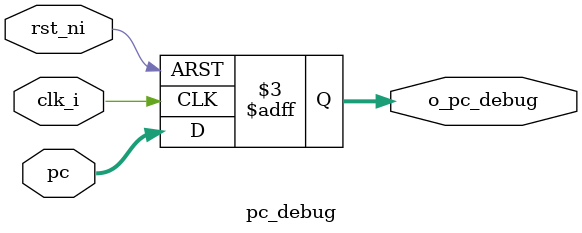
<source format=sv>
module pc_debug (
  input logic clk_i,
  input logic rst_ni,
  input logic [31:0] pc,
  output logic [31:0] o_pc_debug
);

  always_ff @(posedge clk_i or negedge rst_ni) begin
    if (!rst_ni) begin
      o_pc_debug <= 32'b0;
    end else begin
      o_pc_debug <= pc;
    end
  end

endmodule
</source>
